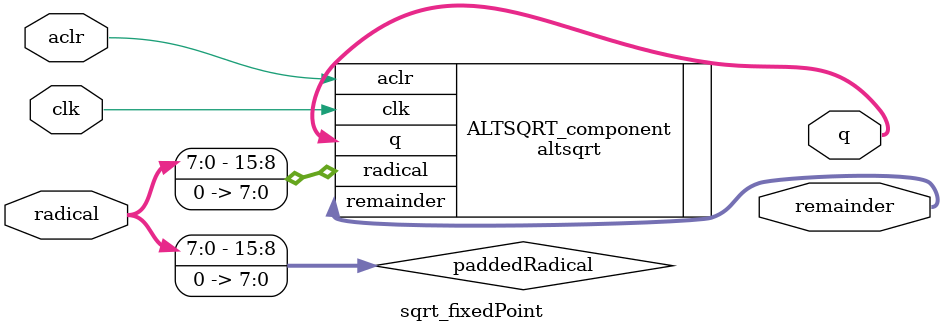
<source format=v>
module sqrt_fixedPoint#(
	parameter inputWidth = 8,
	parameter inputDecWidth = 8,
	parameter outputWidth = inputWidth
)(
	input 								aclr,
	input 								clk,
	input [inputWidth-1:0]			radical,
	output [outputWidth-1:0]		q,
	output [outputWidth+1 -1:0]			remainder
);
	localparam outputDecWidth = outputWidth - (inputWidth-inputDecWidth+1)/2;

	wire [2*outputWidth-1:0] paddedRadical = {radical, {(2*outputWidth-inputWidth){1'b0}}};
//	wire [outputWidth-1:0] 
	
//code copied from a compiled IP code
altsqrt	 #(
    .pipeline (2),
    .q_port_width (outputWidth),
    .r_port_width (outputWidth+1),
    .width  (2*outputWidth)
)ALTSQRT_component(
				.aclr (aclr),
				.clk (clk),
				.radical (paddedRadical),
				.q (q),
				.remainder (remainder)
				// synopsys translate_off
				,
				.ena ()
				// synopsys translate_on
				);


endmodule
</source>
